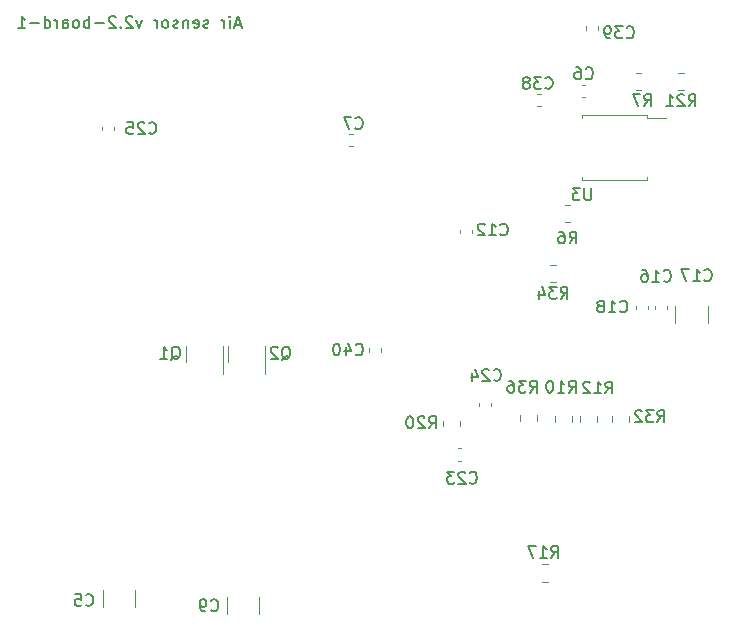
<source format=gbr>
%TF.GenerationSoftware,KiCad,Pcbnew,7.0.10-7.0.10~ubuntu22.04.1*%
%TF.CreationDate,2024-01-09T15:42:03+03:00*%
%TF.ProjectId,air-detector,6169722d-6465-4746-9563-746f722e6b69,rev?*%
%TF.SameCoordinates,Original*%
%TF.FileFunction,Legend,Bot*%
%TF.FilePolarity,Positive*%
%FSLAX46Y46*%
G04 Gerber Fmt 4.6, Leading zero omitted, Abs format (unit mm)*
G04 Created by KiCad (PCBNEW 7.0.10-7.0.10~ubuntu22.04.1) date 2024-01-09 15:42:03*
%MOMM*%
%LPD*%
G01*
G04 APERTURE LIST*
%ADD10C,0.150000*%
%ADD11C,0.120000*%
G04 APERTURE END LIST*
D10*
X184134839Y-38200104D02*
X183658649Y-38200104D01*
X184230077Y-38485819D02*
X183896744Y-37485819D01*
X183896744Y-37485819D02*
X183563411Y-38485819D01*
X183230077Y-38485819D02*
X183230077Y-37819152D01*
X183230077Y-37485819D02*
X183277696Y-37533438D01*
X183277696Y-37533438D02*
X183230077Y-37581057D01*
X183230077Y-37581057D02*
X183182458Y-37533438D01*
X183182458Y-37533438D02*
X183230077Y-37485819D01*
X183230077Y-37485819D02*
X183230077Y-37581057D01*
X182753887Y-38485819D02*
X182753887Y-37819152D01*
X182753887Y-38009628D02*
X182706268Y-37914390D01*
X182706268Y-37914390D02*
X182658649Y-37866771D01*
X182658649Y-37866771D02*
X182563411Y-37819152D01*
X182563411Y-37819152D02*
X182468173Y-37819152D01*
X181420553Y-38438200D02*
X181325315Y-38485819D01*
X181325315Y-38485819D02*
X181134839Y-38485819D01*
X181134839Y-38485819D02*
X181039601Y-38438200D01*
X181039601Y-38438200D02*
X180991982Y-38342961D01*
X180991982Y-38342961D02*
X180991982Y-38295342D01*
X180991982Y-38295342D02*
X181039601Y-38200104D01*
X181039601Y-38200104D02*
X181134839Y-38152485D01*
X181134839Y-38152485D02*
X181277696Y-38152485D01*
X181277696Y-38152485D02*
X181372934Y-38104866D01*
X181372934Y-38104866D02*
X181420553Y-38009628D01*
X181420553Y-38009628D02*
X181420553Y-37962009D01*
X181420553Y-37962009D02*
X181372934Y-37866771D01*
X181372934Y-37866771D02*
X181277696Y-37819152D01*
X181277696Y-37819152D02*
X181134839Y-37819152D01*
X181134839Y-37819152D02*
X181039601Y-37866771D01*
X180182458Y-38438200D02*
X180277696Y-38485819D01*
X180277696Y-38485819D02*
X180468172Y-38485819D01*
X180468172Y-38485819D02*
X180563410Y-38438200D01*
X180563410Y-38438200D02*
X180611029Y-38342961D01*
X180611029Y-38342961D02*
X180611029Y-37962009D01*
X180611029Y-37962009D02*
X180563410Y-37866771D01*
X180563410Y-37866771D02*
X180468172Y-37819152D01*
X180468172Y-37819152D02*
X180277696Y-37819152D01*
X180277696Y-37819152D02*
X180182458Y-37866771D01*
X180182458Y-37866771D02*
X180134839Y-37962009D01*
X180134839Y-37962009D02*
X180134839Y-38057247D01*
X180134839Y-38057247D02*
X180611029Y-38152485D01*
X179706267Y-37819152D02*
X179706267Y-38485819D01*
X179706267Y-37914390D02*
X179658648Y-37866771D01*
X179658648Y-37866771D02*
X179563410Y-37819152D01*
X179563410Y-37819152D02*
X179420553Y-37819152D01*
X179420553Y-37819152D02*
X179325315Y-37866771D01*
X179325315Y-37866771D02*
X179277696Y-37962009D01*
X179277696Y-37962009D02*
X179277696Y-38485819D01*
X178849124Y-38438200D02*
X178753886Y-38485819D01*
X178753886Y-38485819D02*
X178563410Y-38485819D01*
X178563410Y-38485819D02*
X178468172Y-38438200D01*
X178468172Y-38438200D02*
X178420553Y-38342961D01*
X178420553Y-38342961D02*
X178420553Y-38295342D01*
X178420553Y-38295342D02*
X178468172Y-38200104D01*
X178468172Y-38200104D02*
X178563410Y-38152485D01*
X178563410Y-38152485D02*
X178706267Y-38152485D01*
X178706267Y-38152485D02*
X178801505Y-38104866D01*
X178801505Y-38104866D02*
X178849124Y-38009628D01*
X178849124Y-38009628D02*
X178849124Y-37962009D01*
X178849124Y-37962009D02*
X178801505Y-37866771D01*
X178801505Y-37866771D02*
X178706267Y-37819152D01*
X178706267Y-37819152D02*
X178563410Y-37819152D01*
X178563410Y-37819152D02*
X178468172Y-37866771D01*
X177849124Y-38485819D02*
X177944362Y-38438200D01*
X177944362Y-38438200D02*
X177991981Y-38390580D01*
X177991981Y-38390580D02*
X178039600Y-38295342D01*
X178039600Y-38295342D02*
X178039600Y-38009628D01*
X178039600Y-38009628D02*
X177991981Y-37914390D01*
X177991981Y-37914390D02*
X177944362Y-37866771D01*
X177944362Y-37866771D02*
X177849124Y-37819152D01*
X177849124Y-37819152D02*
X177706267Y-37819152D01*
X177706267Y-37819152D02*
X177611029Y-37866771D01*
X177611029Y-37866771D02*
X177563410Y-37914390D01*
X177563410Y-37914390D02*
X177515791Y-38009628D01*
X177515791Y-38009628D02*
X177515791Y-38295342D01*
X177515791Y-38295342D02*
X177563410Y-38390580D01*
X177563410Y-38390580D02*
X177611029Y-38438200D01*
X177611029Y-38438200D02*
X177706267Y-38485819D01*
X177706267Y-38485819D02*
X177849124Y-38485819D01*
X177087219Y-38485819D02*
X177087219Y-37819152D01*
X177087219Y-38009628D02*
X177039600Y-37914390D01*
X177039600Y-37914390D02*
X176991981Y-37866771D01*
X176991981Y-37866771D02*
X176896743Y-37819152D01*
X176896743Y-37819152D02*
X176801505Y-37819152D01*
X175801504Y-37819152D02*
X175563409Y-38485819D01*
X175563409Y-38485819D02*
X175325314Y-37819152D01*
X174991980Y-37581057D02*
X174944361Y-37533438D01*
X174944361Y-37533438D02*
X174849123Y-37485819D01*
X174849123Y-37485819D02*
X174611028Y-37485819D01*
X174611028Y-37485819D02*
X174515790Y-37533438D01*
X174515790Y-37533438D02*
X174468171Y-37581057D01*
X174468171Y-37581057D02*
X174420552Y-37676295D01*
X174420552Y-37676295D02*
X174420552Y-37771533D01*
X174420552Y-37771533D02*
X174468171Y-37914390D01*
X174468171Y-37914390D02*
X175039599Y-38485819D01*
X175039599Y-38485819D02*
X174420552Y-38485819D01*
X173991980Y-38390580D02*
X173944361Y-38438200D01*
X173944361Y-38438200D02*
X173991980Y-38485819D01*
X173991980Y-38485819D02*
X174039599Y-38438200D01*
X174039599Y-38438200D02*
X173991980Y-38390580D01*
X173991980Y-38390580D02*
X173991980Y-38485819D01*
X173563409Y-37581057D02*
X173515790Y-37533438D01*
X173515790Y-37533438D02*
X173420552Y-37485819D01*
X173420552Y-37485819D02*
X173182457Y-37485819D01*
X173182457Y-37485819D02*
X173087219Y-37533438D01*
X173087219Y-37533438D02*
X173039600Y-37581057D01*
X173039600Y-37581057D02*
X172991981Y-37676295D01*
X172991981Y-37676295D02*
X172991981Y-37771533D01*
X172991981Y-37771533D02*
X173039600Y-37914390D01*
X173039600Y-37914390D02*
X173611028Y-38485819D01*
X173611028Y-38485819D02*
X172991981Y-38485819D01*
X172563409Y-38104866D02*
X171801505Y-38104866D01*
X171325314Y-38485819D02*
X171325314Y-37485819D01*
X171325314Y-37866771D02*
X171230076Y-37819152D01*
X171230076Y-37819152D02*
X171039600Y-37819152D01*
X171039600Y-37819152D02*
X170944362Y-37866771D01*
X170944362Y-37866771D02*
X170896743Y-37914390D01*
X170896743Y-37914390D02*
X170849124Y-38009628D01*
X170849124Y-38009628D02*
X170849124Y-38295342D01*
X170849124Y-38295342D02*
X170896743Y-38390580D01*
X170896743Y-38390580D02*
X170944362Y-38438200D01*
X170944362Y-38438200D02*
X171039600Y-38485819D01*
X171039600Y-38485819D02*
X171230076Y-38485819D01*
X171230076Y-38485819D02*
X171325314Y-38438200D01*
X170277695Y-38485819D02*
X170372933Y-38438200D01*
X170372933Y-38438200D02*
X170420552Y-38390580D01*
X170420552Y-38390580D02*
X170468171Y-38295342D01*
X170468171Y-38295342D02*
X170468171Y-38009628D01*
X170468171Y-38009628D02*
X170420552Y-37914390D01*
X170420552Y-37914390D02*
X170372933Y-37866771D01*
X170372933Y-37866771D02*
X170277695Y-37819152D01*
X170277695Y-37819152D02*
X170134838Y-37819152D01*
X170134838Y-37819152D02*
X170039600Y-37866771D01*
X170039600Y-37866771D02*
X169991981Y-37914390D01*
X169991981Y-37914390D02*
X169944362Y-38009628D01*
X169944362Y-38009628D02*
X169944362Y-38295342D01*
X169944362Y-38295342D02*
X169991981Y-38390580D01*
X169991981Y-38390580D02*
X170039600Y-38438200D01*
X170039600Y-38438200D02*
X170134838Y-38485819D01*
X170134838Y-38485819D02*
X170277695Y-38485819D01*
X169087219Y-38485819D02*
X169087219Y-37962009D01*
X169087219Y-37962009D02*
X169134838Y-37866771D01*
X169134838Y-37866771D02*
X169230076Y-37819152D01*
X169230076Y-37819152D02*
X169420552Y-37819152D01*
X169420552Y-37819152D02*
X169515790Y-37866771D01*
X169087219Y-38438200D02*
X169182457Y-38485819D01*
X169182457Y-38485819D02*
X169420552Y-38485819D01*
X169420552Y-38485819D02*
X169515790Y-38438200D01*
X169515790Y-38438200D02*
X169563409Y-38342961D01*
X169563409Y-38342961D02*
X169563409Y-38247723D01*
X169563409Y-38247723D02*
X169515790Y-38152485D01*
X169515790Y-38152485D02*
X169420552Y-38104866D01*
X169420552Y-38104866D02*
X169182457Y-38104866D01*
X169182457Y-38104866D02*
X169087219Y-38057247D01*
X168611028Y-38485819D02*
X168611028Y-37819152D01*
X168611028Y-38009628D02*
X168563409Y-37914390D01*
X168563409Y-37914390D02*
X168515790Y-37866771D01*
X168515790Y-37866771D02*
X168420552Y-37819152D01*
X168420552Y-37819152D02*
X168325314Y-37819152D01*
X167563409Y-38485819D02*
X167563409Y-37485819D01*
X167563409Y-38438200D02*
X167658647Y-38485819D01*
X167658647Y-38485819D02*
X167849123Y-38485819D01*
X167849123Y-38485819D02*
X167944361Y-38438200D01*
X167944361Y-38438200D02*
X167991980Y-38390580D01*
X167991980Y-38390580D02*
X168039599Y-38295342D01*
X168039599Y-38295342D02*
X168039599Y-38009628D01*
X168039599Y-38009628D02*
X167991980Y-37914390D01*
X167991980Y-37914390D02*
X167944361Y-37866771D01*
X167944361Y-37866771D02*
X167849123Y-37819152D01*
X167849123Y-37819152D02*
X167658647Y-37819152D01*
X167658647Y-37819152D02*
X167563409Y-37866771D01*
X167087218Y-38104866D02*
X166325314Y-38104866D01*
X165325314Y-38485819D02*
X165896742Y-38485819D01*
X165611028Y-38485819D02*
X165611028Y-37485819D01*
X165611028Y-37485819D02*
X165706266Y-37628676D01*
X165706266Y-37628676D02*
X165801504Y-37723914D01*
X165801504Y-37723914D02*
X165896742Y-37771533D01*
X209942857Y-43559580D02*
X209990476Y-43607200D01*
X209990476Y-43607200D02*
X210133333Y-43654819D01*
X210133333Y-43654819D02*
X210228571Y-43654819D01*
X210228571Y-43654819D02*
X210371428Y-43607200D01*
X210371428Y-43607200D02*
X210466666Y-43511961D01*
X210466666Y-43511961D02*
X210514285Y-43416723D01*
X210514285Y-43416723D02*
X210561904Y-43226247D01*
X210561904Y-43226247D02*
X210561904Y-43083390D01*
X210561904Y-43083390D02*
X210514285Y-42892914D01*
X210514285Y-42892914D02*
X210466666Y-42797676D01*
X210466666Y-42797676D02*
X210371428Y-42702438D01*
X210371428Y-42702438D02*
X210228571Y-42654819D01*
X210228571Y-42654819D02*
X210133333Y-42654819D01*
X210133333Y-42654819D02*
X209990476Y-42702438D01*
X209990476Y-42702438D02*
X209942857Y-42750057D01*
X209609523Y-42654819D02*
X208990476Y-42654819D01*
X208990476Y-42654819D02*
X209323809Y-43035771D01*
X209323809Y-43035771D02*
X209180952Y-43035771D01*
X209180952Y-43035771D02*
X209085714Y-43083390D01*
X209085714Y-43083390D02*
X209038095Y-43131009D01*
X209038095Y-43131009D02*
X208990476Y-43226247D01*
X208990476Y-43226247D02*
X208990476Y-43464342D01*
X208990476Y-43464342D02*
X209038095Y-43559580D01*
X209038095Y-43559580D02*
X209085714Y-43607200D01*
X209085714Y-43607200D02*
X209180952Y-43654819D01*
X209180952Y-43654819D02*
X209466666Y-43654819D01*
X209466666Y-43654819D02*
X209561904Y-43607200D01*
X209561904Y-43607200D02*
X209609523Y-43559580D01*
X208419047Y-43083390D02*
X208514285Y-43035771D01*
X208514285Y-43035771D02*
X208561904Y-42988152D01*
X208561904Y-42988152D02*
X208609523Y-42892914D01*
X208609523Y-42892914D02*
X208609523Y-42845295D01*
X208609523Y-42845295D02*
X208561904Y-42750057D01*
X208561904Y-42750057D02*
X208514285Y-42702438D01*
X208514285Y-42702438D02*
X208419047Y-42654819D01*
X208419047Y-42654819D02*
X208228571Y-42654819D01*
X208228571Y-42654819D02*
X208133333Y-42702438D01*
X208133333Y-42702438D02*
X208085714Y-42750057D01*
X208085714Y-42750057D02*
X208038095Y-42845295D01*
X208038095Y-42845295D02*
X208038095Y-42892914D01*
X208038095Y-42892914D02*
X208085714Y-42988152D01*
X208085714Y-42988152D02*
X208133333Y-43035771D01*
X208133333Y-43035771D02*
X208228571Y-43083390D01*
X208228571Y-43083390D02*
X208419047Y-43083390D01*
X208419047Y-43083390D02*
X208514285Y-43131009D01*
X208514285Y-43131009D02*
X208561904Y-43178628D01*
X208561904Y-43178628D02*
X208609523Y-43273866D01*
X208609523Y-43273866D02*
X208609523Y-43464342D01*
X208609523Y-43464342D02*
X208561904Y-43559580D01*
X208561904Y-43559580D02*
X208514285Y-43607200D01*
X208514285Y-43607200D02*
X208419047Y-43654819D01*
X208419047Y-43654819D02*
X208228571Y-43654819D01*
X208228571Y-43654819D02*
X208133333Y-43607200D01*
X208133333Y-43607200D02*
X208085714Y-43559580D01*
X208085714Y-43559580D02*
X208038095Y-43464342D01*
X208038095Y-43464342D02*
X208038095Y-43273866D01*
X208038095Y-43273866D02*
X208085714Y-43178628D01*
X208085714Y-43178628D02*
X208133333Y-43131009D01*
X208133333Y-43131009D02*
X208228571Y-43083390D01*
X213366666Y-42729580D02*
X213414285Y-42777200D01*
X213414285Y-42777200D02*
X213557142Y-42824819D01*
X213557142Y-42824819D02*
X213652380Y-42824819D01*
X213652380Y-42824819D02*
X213795237Y-42777200D01*
X213795237Y-42777200D02*
X213890475Y-42681961D01*
X213890475Y-42681961D02*
X213938094Y-42586723D01*
X213938094Y-42586723D02*
X213985713Y-42396247D01*
X213985713Y-42396247D02*
X213985713Y-42253390D01*
X213985713Y-42253390D02*
X213938094Y-42062914D01*
X213938094Y-42062914D02*
X213890475Y-41967676D01*
X213890475Y-41967676D02*
X213795237Y-41872438D01*
X213795237Y-41872438D02*
X213652380Y-41824819D01*
X213652380Y-41824819D02*
X213557142Y-41824819D01*
X213557142Y-41824819D02*
X213414285Y-41872438D01*
X213414285Y-41872438D02*
X213366666Y-41920057D01*
X212509523Y-41824819D02*
X212699999Y-41824819D01*
X212699999Y-41824819D02*
X212795237Y-41872438D01*
X212795237Y-41872438D02*
X212842856Y-41920057D01*
X212842856Y-41920057D02*
X212938094Y-42062914D01*
X212938094Y-42062914D02*
X212985713Y-42253390D01*
X212985713Y-42253390D02*
X212985713Y-42634342D01*
X212985713Y-42634342D02*
X212938094Y-42729580D01*
X212938094Y-42729580D02*
X212890475Y-42777200D01*
X212890475Y-42777200D02*
X212795237Y-42824819D01*
X212795237Y-42824819D02*
X212604761Y-42824819D01*
X212604761Y-42824819D02*
X212509523Y-42777200D01*
X212509523Y-42777200D02*
X212461904Y-42729580D01*
X212461904Y-42729580D02*
X212414285Y-42634342D01*
X212414285Y-42634342D02*
X212414285Y-42396247D01*
X212414285Y-42396247D02*
X212461904Y-42301009D01*
X212461904Y-42301009D02*
X212509523Y-42253390D01*
X212509523Y-42253390D02*
X212604761Y-42205771D01*
X212604761Y-42205771D02*
X212795237Y-42205771D01*
X212795237Y-42205771D02*
X212890475Y-42253390D01*
X212890475Y-42253390D02*
X212938094Y-42301009D01*
X212938094Y-42301009D02*
X212985713Y-42396247D01*
X218332666Y-45088819D02*
X218665999Y-44612628D01*
X218904094Y-45088819D02*
X218904094Y-44088819D01*
X218904094Y-44088819D02*
X218523142Y-44088819D01*
X218523142Y-44088819D02*
X218427904Y-44136438D01*
X218427904Y-44136438D02*
X218380285Y-44184057D01*
X218380285Y-44184057D02*
X218332666Y-44279295D01*
X218332666Y-44279295D02*
X218332666Y-44422152D01*
X218332666Y-44422152D02*
X218380285Y-44517390D01*
X218380285Y-44517390D02*
X218427904Y-44565009D01*
X218427904Y-44565009D02*
X218523142Y-44612628D01*
X218523142Y-44612628D02*
X218904094Y-44612628D01*
X217999332Y-44088819D02*
X217332666Y-44088819D01*
X217332666Y-44088819D02*
X217761237Y-45088819D01*
X215042857Y-69420819D02*
X215376190Y-68944628D01*
X215614285Y-69420819D02*
X215614285Y-68420819D01*
X215614285Y-68420819D02*
X215233333Y-68420819D01*
X215233333Y-68420819D02*
X215138095Y-68468438D01*
X215138095Y-68468438D02*
X215090476Y-68516057D01*
X215090476Y-68516057D02*
X215042857Y-68611295D01*
X215042857Y-68611295D02*
X215042857Y-68754152D01*
X215042857Y-68754152D02*
X215090476Y-68849390D01*
X215090476Y-68849390D02*
X215138095Y-68897009D01*
X215138095Y-68897009D02*
X215233333Y-68944628D01*
X215233333Y-68944628D02*
X215614285Y-68944628D01*
X214090476Y-69420819D02*
X214661904Y-69420819D01*
X214376190Y-69420819D02*
X214376190Y-68420819D01*
X214376190Y-68420819D02*
X214471428Y-68563676D01*
X214471428Y-68563676D02*
X214566666Y-68658914D01*
X214566666Y-68658914D02*
X214661904Y-68706533D01*
X213709523Y-68516057D02*
X213661904Y-68468438D01*
X213661904Y-68468438D02*
X213566666Y-68420819D01*
X213566666Y-68420819D02*
X213328571Y-68420819D01*
X213328571Y-68420819D02*
X213233333Y-68468438D01*
X213233333Y-68468438D02*
X213185714Y-68516057D01*
X213185714Y-68516057D02*
X213138095Y-68611295D01*
X213138095Y-68611295D02*
X213138095Y-68706533D01*
X213138095Y-68706533D02*
X213185714Y-68849390D01*
X213185714Y-68849390D02*
X213757142Y-69420819D01*
X213757142Y-69420819D02*
X213138095Y-69420819D01*
X206142857Y-55959580D02*
X206190476Y-56007200D01*
X206190476Y-56007200D02*
X206333333Y-56054819D01*
X206333333Y-56054819D02*
X206428571Y-56054819D01*
X206428571Y-56054819D02*
X206571428Y-56007200D01*
X206571428Y-56007200D02*
X206666666Y-55911961D01*
X206666666Y-55911961D02*
X206714285Y-55816723D01*
X206714285Y-55816723D02*
X206761904Y-55626247D01*
X206761904Y-55626247D02*
X206761904Y-55483390D01*
X206761904Y-55483390D02*
X206714285Y-55292914D01*
X206714285Y-55292914D02*
X206666666Y-55197676D01*
X206666666Y-55197676D02*
X206571428Y-55102438D01*
X206571428Y-55102438D02*
X206428571Y-55054819D01*
X206428571Y-55054819D02*
X206333333Y-55054819D01*
X206333333Y-55054819D02*
X206190476Y-55102438D01*
X206190476Y-55102438D02*
X206142857Y-55150057D01*
X205190476Y-56054819D02*
X205761904Y-56054819D01*
X205476190Y-56054819D02*
X205476190Y-55054819D01*
X205476190Y-55054819D02*
X205571428Y-55197676D01*
X205571428Y-55197676D02*
X205666666Y-55292914D01*
X205666666Y-55292914D02*
X205761904Y-55340533D01*
X204809523Y-55150057D02*
X204761904Y-55102438D01*
X204761904Y-55102438D02*
X204666666Y-55054819D01*
X204666666Y-55054819D02*
X204428571Y-55054819D01*
X204428571Y-55054819D02*
X204333333Y-55102438D01*
X204333333Y-55102438D02*
X204285714Y-55150057D01*
X204285714Y-55150057D02*
X204238095Y-55245295D01*
X204238095Y-55245295D02*
X204238095Y-55340533D01*
X204238095Y-55340533D02*
X204285714Y-55483390D01*
X204285714Y-55483390D02*
X204857142Y-56054819D01*
X204857142Y-56054819D02*
X204238095Y-56054819D01*
X222082857Y-45104819D02*
X222416190Y-44628628D01*
X222654285Y-45104819D02*
X222654285Y-44104819D01*
X222654285Y-44104819D02*
X222273333Y-44104819D01*
X222273333Y-44104819D02*
X222178095Y-44152438D01*
X222178095Y-44152438D02*
X222130476Y-44200057D01*
X222130476Y-44200057D02*
X222082857Y-44295295D01*
X222082857Y-44295295D02*
X222082857Y-44438152D01*
X222082857Y-44438152D02*
X222130476Y-44533390D01*
X222130476Y-44533390D02*
X222178095Y-44581009D01*
X222178095Y-44581009D02*
X222273333Y-44628628D01*
X222273333Y-44628628D02*
X222654285Y-44628628D01*
X221701904Y-44200057D02*
X221654285Y-44152438D01*
X221654285Y-44152438D02*
X221559047Y-44104819D01*
X221559047Y-44104819D02*
X221320952Y-44104819D01*
X221320952Y-44104819D02*
X221225714Y-44152438D01*
X221225714Y-44152438D02*
X221178095Y-44200057D01*
X221178095Y-44200057D02*
X221130476Y-44295295D01*
X221130476Y-44295295D02*
X221130476Y-44390533D01*
X221130476Y-44390533D02*
X221178095Y-44533390D01*
X221178095Y-44533390D02*
X221749523Y-45104819D01*
X221749523Y-45104819D02*
X221130476Y-45104819D01*
X220178095Y-45104819D02*
X220749523Y-45104819D01*
X220463809Y-45104819D02*
X220463809Y-44104819D01*
X220463809Y-44104819D02*
X220559047Y-44247676D01*
X220559047Y-44247676D02*
X220654285Y-44342914D01*
X220654285Y-44342914D02*
X220749523Y-44390533D01*
X216266857Y-62475580D02*
X216314476Y-62523200D01*
X216314476Y-62523200D02*
X216457333Y-62570819D01*
X216457333Y-62570819D02*
X216552571Y-62570819D01*
X216552571Y-62570819D02*
X216695428Y-62523200D01*
X216695428Y-62523200D02*
X216790666Y-62427961D01*
X216790666Y-62427961D02*
X216838285Y-62332723D01*
X216838285Y-62332723D02*
X216885904Y-62142247D01*
X216885904Y-62142247D02*
X216885904Y-61999390D01*
X216885904Y-61999390D02*
X216838285Y-61808914D01*
X216838285Y-61808914D02*
X216790666Y-61713676D01*
X216790666Y-61713676D02*
X216695428Y-61618438D01*
X216695428Y-61618438D02*
X216552571Y-61570819D01*
X216552571Y-61570819D02*
X216457333Y-61570819D01*
X216457333Y-61570819D02*
X216314476Y-61618438D01*
X216314476Y-61618438D02*
X216266857Y-61666057D01*
X215314476Y-62570819D02*
X215885904Y-62570819D01*
X215600190Y-62570819D02*
X215600190Y-61570819D01*
X215600190Y-61570819D02*
X215695428Y-61713676D01*
X215695428Y-61713676D02*
X215790666Y-61808914D01*
X215790666Y-61808914D02*
X215885904Y-61856533D01*
X214743047Y-61999390D02*
X214838285Y-61951771D01*
X214838285Y-61951771D02*
X214885904Y-61904152D01*
X214885904Y-61904152D02*
X214933523Y-61808914D01*
X214933523Y-61808914D02*
X214933523Y-61761295D01*
X214933523Y-61761295D02*
X214885904Y-61666057D01*
X214885904Y-61666057D02*
X214838285Y-61618438D01*
X214838285Y-61618438D02*
X214743047Y-61570819D01*
X214743047Y-61570819D02*
X214552571Y-61570819D01*
X214552571Y-61570819D02*
X214457333Y-61618438D01*
X214457333Y-61618438D02*
X214409714Y-61666057D01*
X214409714Y-61666057D02*
X214362095Y-61761295D01*
X214362095Y-61761295D02*
X214362095Y-61808914D01*
X214362095Y-61808914D02*
X214409714Y-61904152D01*
X214409714Y-61904152D02*
X214457333Y-61951771D01*
X214457333Y-61951771D02*
X214552571Y-61999390D01*
X214552571Y-61999390D02*
X214743047Y-61999390D01*
X214743047Y-61999390D02*
X214838285Y-62047009D01*
X214838285Y-62047009D02*
X214885904Y-62094628D01*
X214885904Y-62094628D02*
X214933523Y-62189866D01*
X214933523Y-62189866D02*
X214933523Y-62380342D01*
X214933523Y-62380342D02*
X214885904Y-62475580D01*
X214885904Y-62475580D02*
X214838285Y-62523200D01*
X214838285Y-62523200D02*
X214743047Y-62570819D01*
X214743047Y-62570819D02*
X214552571Y-62570819D01*
X214552571Y-62570819D02*
X214457333Y-62523200D01*
X214457333Y-62523200D02*
X214409714Y-62475580D01*
X214409714Y-62475580D02*
X214362095Y-62380342D01*
X214362095Y-62380342D02*
X214362095Y-62189866D01*
X214362095Y-62189866D02*
X214409714Y-62094628D01*
X214409714Y-62094628D02*
X214457333Y-62047009D01*
X214457333Y-62047009D02*
X214552571Y-61999390D01*
X211242857Y-61404819D02*
X211576190Y-60928628D01*
X211814285Y-61404819D02*
X211814285Y-60404819D01*
X211814285Y-60404819D02*
X211433333Y-60404819D01*
X211433333Y-60404819D02*
X211338095Y-60452438D01*
X211338095Y-60452438D02*
X211290476Y-60500057D01*
X211290476Y-60500057D02*
X211242857Y-60595295D01*
X211242857Y-60595295D02*
X211242857Y-60738152D01*
X211242857Y-60738152D02*
X211290476Y-60833390D01*
X211290476Y-60833390D02*
X211338095Y-60881009D01*
X211338095Y-60881009D02*
X211433333Y-60928628D01*
X211433333Y-60928628D02*
X211814285Y-60928628D01*
X210909523Y-60404819D02*
X210290476Y-60404819D01*
X210290476Y-60404819D02*
X210623809Y-60785771D01*
X210623809Y-60785771D02*
X210480952Y-60785771D01*
X210480952Y-60785771D02*
X210385714Y-60833390D01*
X210385714Y-60833390D02*
X210338095Y-60881009D01*
X210338095Y-60881009D02*
X210290476Y-60976247D01*
X210290476Y-60976247D02*
X210290476Y-61214342D01*
X210290476Y-61214342D02*
X210338095Y-61309580D01*
X210338095Y-61309580D02*
X210385714Y-61357200D01*
X210385714Y-61357200D02*
X210480952Y-61404819D01*
X210480952Y-61404819D02*
X210766666Y-61404819D01*
X210766666Y-61404819D02*
X210861904Y-61357200D01*
X210861904Y-61357200D02*
X210909523Y-61309580D01*
X209433333Y-60738152D02*
X209433333Y-61404819D01*
X209671428Y-60357200D02*
X209909523Y-61071485D01*
X209909523Y-61071485D02*
X209290476Y-61071485D01*
X208642857Y-69354819D02*
X208976190Y-68878628D01*
X209214285Y-69354819D02*
X209214285Y-68354819D01*
X209214285Y-68354819D02*
X208833333Y-68354819D01*
X208833333Y-68354819D02*
X208738095Y-68402438D01*
X208738095Y-68402438D02*
X208690476Y-68450057D01*
X208690476Y-68450057D02*
X208642857Y-68545295D01*
X208642857Y-68545295D02*
X208642857Y-68688152D01*
X208642857Y-68688152D02*
X208690476Y-68783390D01*
X208690476Y-68783390D02*
X208738095Y-68831009D01*
X208738095Y-68831009D02*
X208833333Y-68878628D01*
X208833333Y-68878628D02*
X209214285Y-68878628D01*
X208309523Y-68354819D02*
X207690476Y-68354819D01*
X207690476Y-68354819D02*
X208023809Y-68735771D01*
X208023809Y-68735771D02*
X207880952Y-68735771D01*
X207880952Y-68735771D02*
X207785714Y-68783390D01*
X207785714Y-68783390D02*
X207738095Y-68831009D01*
X207738095Y-68831009D02*
X207690476Y-68926247D01*
X207690476Y-68926247D02*
X207690476Y-69164342D01*
X207690476Y-69164342D02*
X207738095Y-69259580D01*
X207738095Y-69259580D02*
X207785714Y-69307200D01*
X207785714Y-69307200D02*
X207880952Y-69354819D01*
X207880952Y-69354819D02*
X208166666Y-69354819D01*
X208166666Y-69354819D02*
X208261904Y-69307200D01*
X208261904Y-69307200D02*
X208309523Y-69259580D01*
X206833333Y-68354819D02*
X207023809Y-68354819D01*
X207023809Y-68354819D02*
X207119047Y-68402438D01*
X207119047Y-68402438D02*
X207166666Y-68450057D01*
X207166666Y-68450057D02*
X207261904Y-68592914D01*
X207261904Y-68592914D02*
X207309523Y-68783390D01*
X207309523Y-68783390D02*
X207309523Y-69164342D01*
X207309523Y-69164342D02*
X207261904Y-69259580D01*
X207261904Y-69259580D02*
X207214285Y-69307200D01*
X207214285Y-69307200D02*
X207119047Y-69354819D01*
X207119047Y-69354819D02*
X206928571Y-69354819D01*
X206928571Y-69354819D02*
X206833333Y-69307200D01*
X206833333Y-69307200D02*
X206785714Y-69259580D01*
X206785714Y-69259580D02*
X206738095Y-69164342D01*
X206738095Y-69164342D02*
X206738095Y-68926247D01*
X206738095Y-68926247D02*
X206785714Y-68831009D01*
X206785714Y-68831009D02*
X206833333Y-68783390D01*
X206833333Y-68783390D02*
X206928571Y-68735771D01*
X206928571Y-68735771D02*
X207119047Y-68735771D01*
X207119047Y-68735771D02*
X207214285Y-68783390D01*
X207214285Y-68783390D02*
X207261904Y-68831009D01*
X207261904Y-68831009D02*
X207309523Y-68926247D01*
X219966857Y-59875580D02*
X220014476Y-59923200D01*
X220014476Y-59923200D02*
X220157333Y-59970819D01*
X220157333Y-59970819D02*
X220252571Y-59970819D01*
X220252571Y-59970819D02*
X220395428Y-59923200D01*
X220395428Y-59923200D02*
X220490666Y-59827961D01*
X220490666Y-59827961D02*
X220538285Y-59732723D01*
X220538285Y-59732723D02*
X220585904Y-59542247D01*
X220585904Y-59542247D02*
X220585904Y-59399390D01*
X220585904Y-59399390D02*
X220538285Y-59208914D01*
X220538285Y-59208914D02*
X220490666Y-59113676D01*
X220490666Y-59113676D02*
X220395428Y-59018438D01*
X220395428Y-59018438D02*
X220252571Y-58970819D01*
X220252571Y-58970819D02*
X220157333Y-58970819D01*
X220157333Y-58970819D02*
X220014476Y-59018438D01*
X220014476Y-59018438D02*
X219966857Y-59066057D01*
X219014476Y-59970819D02*
X219585904Y-59970819D01*
X219300190Y-59970819D02*
X219300190Y-58970819D01*
X219300190Y-58970819D02*
X219395428Y-59113676D01*
X219395428Y-59113676D02*
X219490666Y-59208914D01*
X219490666Y-59208914D02*
X219585904Y-59256533D01*
X218157333Y-58970819D02*
X218347809Y-58970819D01*
X218347809Y-58970819D02*
X218443047Y-59018438D01*
X218443047Y-59018438D02*
X218490666Y-59066057D01*
X218490666Y-59066057D02*
X218585904Y-59208914D01*
X218585904Y-59208914D02*
X218633523Y-59399390D01*
X218633523Y-59399390D02*
X218633523Y-59780342D01*
X218633523Y-59780342D02*
X218585904Y-59875580D01*
X218585904Y-59875580D02*
X218538285Y-59923200D01*
X218538285Y-59923200D02*
X218443047Y-59970819D01*
X218443047Y-59970819D02*
X218252571Y-59970819D01*
X218252571Y-59970819D02*
X218157333Y-59923200D01*
X218157333Y-59923200D02*
X218109714Y-59875580D01*
X218109714Y-59875580D02*
X218062095Y-59780342D01*
X218062095Y-59780342D02*
X218062095Y-59542247D01*
X218062095Y-59542247D02*
X218109714Y-59447009D01*
X218109714Y-59447009D02*
X218157333Y-59399390D01*
X218157333Y-59399390D02*
X218252571Y-59351771D01*
X218252571Y-59351771D02*
X218443047Y-59351771D01*
X218443047Y-59351771D02*
X218538285Y-59399390D01*
X218538285Y-59399390D02*
X218585904Y-59447009D01*
X218585904Y-59447009D02*
X218633523Y-59542247D01*
X203542857Y-76959580D02*
X203590476Y-77007200D01*
X203590476Y-77007200D02*
X203733333Y-77054819D01*
X203733333Y-77054819D02*
X203828571Y-77054819D01*
X203828571Y-77054819D02*
X203971428Y-77007200D01*
X203971428Y-77007200D02*
X204066666Y-76911961D01*
X204066666Y-76911961D02*
X204114285Y-76816723D01*
X204114285Y-76816723D02*
X204161904Y-76626247D01*
X204161904Y-76626247D02*
X204161904Y-76483390D01*
X204161904Y-76483390D02*
X204114285Y-76292914D01*
X204114285Y-76292914D02*
X204066666Y-76197676D01*
X204066666Y-76197676D02*
X203971428Y-76102438D01*
X203971428Y-76102438D02*
X203828571Y-76054819D01*
X203828571Y-76054819D02*
X203733333Y-76054819D01*
X203733333Y-76054819D02*
X203590476Y-76102438D01*
X203590476Y-76102438D02*
X203542857Y-76150057D01*
X203161904Y-76150057D02*
X203114285Y-76102438D01*
X203114285Y-76102438D02*
X203019047Y-76054819D01*
X203019047Y-76054819D02*
X202780952Y-76054819D01*
X202780952Y-76054819D02*
X202685714Y-76102438D01*
X202685714Y-76102438D02*
X202638095Y-76150057D01*
X202638095Y-76150057D02*
X202590476Y-76245295D01*
X202590476Y-76245295D02*
X202590476Y-76340533D01*
X202590476Y-76340533D02*
X202638095Y-76483390D01*
X202638095Y-76483390D02*
X203209523Y-77054819D01*
X203209523Y-77054819D02*
X202590476Y-77054819D01*
X202257142Y-76054819D02*
X201638095Y-76054819D01*
X201638095Y-76054819D02*
X201971428Y-76435771D01*
X201971428Y-76435771D02*
X201828571Y-76435771D01*
X201828571Y-76435771D02*
X201733333Y-76483390D01*
X201733333Y-76483390D02*
X201685714Y-76531009D01*
X201685714Y-76531009D02*
X201638095Y-76626247D01*
X201638095Y-76626247D02*
X201638095Y-76864342D01*
X201638095Y-76864342D02*
X201685714Y-76959580D01*
X201685714Y-76959580D02*
X201733333Y-77007200D01*
X201733333Y-77007200D02*
X201828571Y-77054819D01*
X201828571Y-77054819D02*
X202114285Y-77054819D01*
X202114285Y-77054819D02*
X202209523Y-77007200D01*
X202209523Y-77007200D02*
X202257142Y-76959580D01*
X213835904Y-52070819D02*
X213835904Y-52880342D01*
X213835904Y-52880342D02*
X213788285Y-52975580D01*
X213788285Y-52975580D02*
X213740666Y-53023200D01*
X213740666Y-53023200D02*
X213645428Y-53070819D01*
X213645428Y-53070819D02*
X213454952Y-53070819D01*
X213454952Y-53070819D02*
X213359714Y-53023200D01*
X213359714Y-53023200D02*
X213312095Y-52975580D01*
X213312095Y-52975580D02*
X213264476Y-52880342D01*
X213264476Y-52880342D02*
X213264476Y-52070819D01*
X212883523Y-52070819D02*
X212264476Y-52070819D01*
X212264476Y-52070819D02*
X212597809Y-52451771D01*
X212597809Y-52451771D02*
X212454952Y-52451771D01*
X212454952Y-52451771D02*
X212359714Y-52499390D01*
X212359714Y-52499390D02*
X212312095Y-52547009D01*
X212312095Y-52547009D02*
X212264476Y-52642247D01*
X212264476Y-52642247D02*
X212264476Y-52880342D01*
X212264476Y-52880342D02*
X212312095Y-52975580D01*
X212312095Y-52975580D02*
X212359714Y-53023200D01*
X212359714Y-53023200D02*
X212454952Y-53070819D01*
X212454952Y-53070819D02*
X212740666Y-53070819D01*
X212740666Y-53070819D02*
X212835904Y-53023200D01*
X212835904Y-53023200D02*
X212883523Y-52975580D01*
X193892857Y-66109580D02*
X193940476Y-66157200D01*
X193940476Y-66157200D02*
X194083333Y-66204819D01*
X194083333Y-66204819D02*
X194178571Y-66204819D01*
X194178571Y-66204819D02*
X194321428Y-66157200D01*
X194321428Y-66157200D02*
X194416666Y-66061961D01*
X194416666Y-66061961D02*
X194464285Y-65966723D01*
X194464285Y-65966723D02*
X194511904Y-65776247D01*
X194511904Y-65776247D02*
X194511904Y-65633390D01*
X194511904Y-65633390D02*
X194464285Y-65442914D01*
X194464285Y-65442914D02*
X194416666Y-65347676D01*
X194416666Y-65347676D02*
X194321428Y-65252438D01*
X194321428Y-65252438D02*
X194178571Y-65204819D01*
X194178571Y-65204819D02*
X194083333Y-65204819D01*
X194083333Y-65204819D02*
X193940476Y-65252438D01*
X193940476Y-65252438D02*
X193892857Y-65300057D01*
X193035714Y-65538152D02*
X193035714Y-66204819D01*
X193273809Y-65157200D02*
X193511904Y-65871485D01*
X193511904Y-65871485D02*
X192892857Y-65871485D01*
X192321428Y-65204819D02*
X192226190Y-65204819D01*
X192226190Y-65204819D02*
X192130952Y-65252438D01*
X192130952Y-65252438D02*
X192083333Y-65300057D01*
X192083333Y-65300057D02*
X192035714Y-65395295D01*
X192035714Y-65395295D02*
X191988095Y-65585771D01*
X191988095Y-65585771D02*
X191988095Y-65823866D01*
X191988095Y-65823866D02*
X192035714Y-66014342D01*
X192035714Y-66014342D02*
X192083333Y-66109580D01*
X192083333Y-66109580D02*
X192130952Y-66157200D01*
X192130952Y-66157200D02*
X192226190Y-66204819D01*
X192226190Y-66204819D02*
X192321428Y-66204819D01*
X192321428Y-66204819D02*
X192416666Y-66157200D01*
X192416666Y-66157200D02*
X192464285Y-66109580D01*
X192464285Y-66109580D02*
X192511904Y-66014342D01*
X192511904Y-66014342D02*
X192559523Y-65823866D01*
X192559523Y-65823866D02*
X192559523Y-65585771D01*
X192559523Y-65585771D02*
X192511904Y-65395295D01*
X192511904Y-65395295D02*
X192464285Y-65300057D01*
X192464285Y-65300057D02*
X192416666Y-65252438D01*
X192416666Y-65252438D02*
X192321428Y-65204819D01*
X210440857Y-83320819D02*
X210774190Y-82844628D01*
X211012285Y-83320819D02*
X211012285Y-82320819D01*
X211012285Y-82320819D02*
X210631333Y-82320819D01*
X210631333Y-82320819D02*
X210536095Y-82368438D01*
X210536095Y-82368438D02*
X210488476Y-82416057D01*
X210488476Y-82416057D02*
X210440857Y-82511295D01*
X210440857Y-82511295D02*
X210440857Y-82654152D01*
X210440857Y-82654152D02*
X210488476Y-82749390D01*
X210488476Y-82749390D02*
X210536095Y-82797009D01*
X210536095Y-82797009D02*
X210631333Y-82844628D01*
X210631333Y-82844628D02*
X211012285Y-82844628D01*
X209488476Y-83320819D02*
X210059904Y-83320819D01*
X209774190Y-83320819D02*
X209774190Y-82320819D01*
X209774190Y-82320819D02*
X209869428Y-82463676D01*
X209869428Y-82463676D02*
X209964666Y-82558914D01*
X209964666Y-82558914D02*
X210059904Y-82606533D01*
X209155142Y-82320819D02*
X208488476Y-82320819D01*
X208488476Y-82320819D02*
X208917047Y-83320819D01*
X216842857Y-39259580D02*
X216890476Y-39307200D01*
X216890476Y-39307200D02*
X217033333Y-39354819D01*
X217033333Y-39354819D02*
X217128571Y-39354819D01*
X217128571Y-39354819D02*
X217271428Y-39307200D01*
X217271428Y-39307200D02*
X217366666Y-39211961D01*
X217366666Y-39211961D02*
X217414285Y-39116723D01*
X217414285Y-39116723D02*
X217461904Y-38926247D01*
X217461904Y-38926247D02*
X217461904Y-38783390D01*
X217461904Y-38783390D02*
X217414285Y-38592914D01*
X217414285Y-38592914D02*
X217366666Y-38497676D01*
X217366666Y-38497676D02*
X217271428Y-38402438D01*
X217271428Y-38402438D02*
X217128571Y-38354819D01*
X217128571Y-38354819D02*
X217033333Y-38354819D01*
X217033333Y-38354819D02*
X216890476Y-38402438D01*
X216890476Y-38402438D02*
X216842857Y-38450057D01*
X216509523Y-38354819D02*
X215890476Y-38354819D01*
X215890476Y-38354819D02*
X216223809Y-38735771D01*
X216223809Y-38735771D02*
X216080952Y-38735771D01*
X216080952Y-38735771D02*
X215985714Y-38783390D01*
X215985714Y-38783390D02*
X215938095Y-38831009D01*
X215938095Y-38831009D02*
X215890476Y-38926247D01*
X215890476Y-38926247D02*
X215890476Y-39164342D01*
X215890476Y-39164342D02*
X215938095Y-39259580D01*
X215938095Y-39259580D02*
X215985714Y-39307200D01*
X215985714Y-39307200D02*
X216080952Y-39354819D01*
X216080952Y-39354819D02*
X216366666Y-39354819D01*
X216366666Y-39354819D02*
X216461904Y-39307200D01*
X216461904Y-39307200D02*
X216509523Y-39259580D01*
X215414285Y-39354819D02*
X215223809Y-39354819D01*
X215223809Y-39354819D02*
X215128571Y-39307200D01*
X215128571Y-39307200D02*
X215080952Y-39259580D01*
X215080952Y-39259580D02*
X214985714Y-39116723D01*
X214985714Y-39116723D02*
X214938095Y-38926247D01*
X214938095Y-38926247D02*
X214938095Y-38545295D01*
X214938095Y-38545295D02*
X214985714Y-38450057D01*
X214985714Y-38450057D02*
X215033333Y-38402438D01*
X215033333Y-38402438D02*
X215128571Y-38354819D01*
X215128571Y-38354819D02*
X215319047Y-38354819D01*
X215319047Y-38354819D02*
X215414285Y-38402438D01*
X215414285Y-38402438D02*
X215461904Y-38450057D01*
X215461904Y-38450057D02*
X215509523Y-38545295D01*
X215509523Y-38545295D02*
X215509523Y-38783390D01*
X215509523Y-38783390D02*
X215461904Y-38878628D01*
X215461904Y-38878628D02*
X215414285Y-38926247D01*
X215414285Y-38926247D02*
X215319047Y-38973866D01*
X215319047Y-38973866D02*
X215128571Y-38973866D01*
X215128571Y-38973866D02*
X215033333Y-38926247D01*
X215033333Y-38926247D02*
X214985714Y-38878628D01*
X214985714Y-38878628D02*
X214938095Y-38783390D01*
X211942857Y-69354819D02*
X212276190Y-68878628D01*
X212514285Y-69354819D02*
X212514285Y-68354819D01*
X212514285Y-68354819D02*
X212133333Y-68354819D01*
X212133333Y-68354819D02*
X212038095Y-68402438D01*
X212038095Y-68402438D02*
X211990476Y-68450057D01*
X211990476Y-68450057D02*
X211942857Y-68545295D01*
X211942857Y-68545295D02*
X211942857Y-68688152D01*
X211942857Y-68688152D02*
X211990476Y-68783390D01*
X211990476Y-68783390D02*
X212038095Y-68831009D01*
X212038095Y-68831009D02*
X212133333Y-68878628D01*
X212133333Y-68878628D02*
X212514285Y-68878628D01*
X210990476Y-69354819D02*
X211561904Y-69354819D01*
X211276190Y-69354819D02*
X211276190Y-68354819D01*
X211276190Y-68354819D02*
X211371428Y-68497676D01*
X211371428Y-68497676D02*
X211466666Y-68592914D01*
X211466666Y-68592914D02*
X211561904Y-68640533D01*
X210371428Y-68354819D02*
X210276190Y-68354819D01*
X210276190Y-68354819D02*
X210180952Y-68402438D01*
X210180952Y-68402438D02*
X210133333Y-68450057D01*
X210133333Y-68450057D02*
X210085714Y-68545295D01*
X210085714Y-68545295D02*
X210038095Y-68735771D01*
X210038095Y-68735771D02*
X210038095Y-68973866D01*
X210038095Y-68973866D02*
X210085714Y-69164342D01*
X210085714Y-69164342D02*
X210133333Y-69259580D01*
X210133333Y-69259580D02*
X210180952Y-69307200D01*
X210180952Y-69307200D02*
X210276190Y-69354819D01*
X210276190Y-69354819D02*
X210371428Y-69354819D01*
X210371428Y-69354819D02*
X210466666Y-69307200D01*
X210466666Y-69307200D02*
X210514285Y-69259580D01*
X210514285Y-69259580D02*
X210561904Y-69164342D01*
X210561904Y-69164342D02*
X210609523Y-68973866D01*
X210609523Y-68973866D02*
X210609523Y-68735771D01*
X210609523Y-68735771D02*
X210561904Y-68545295D01*
X210561904Y-68545295D02*
X210514285Y-68450057D01*
X210514285Y-68450057D02*
X210466666Y-68402438D01*
X210466666Y-68402438D02*
X210371428Y-68354819D01*
X181640666Y-87775580D02*
X181688285Y-87823200D01*
X181688285Y-87823200D02*
X181831142Y-87870819D01*
X181831142Y-87870819D02*
X181926380Y-87870819D01*
X181926380Y-87870819D02*
X182069237Y-87823200D01*
X182069237Y-87823200D02*
X182164475Y-87727961D01*
X182164475Y-87727961D02*
X182212094Y-87632723D01*
X182212094Y-87632723D02*
X182259713Y-87442247D01*
X182259713Y-87442247D02*
X182259713Y-87299390D01*
X182259713Y-87299390D02*
X182212094Y-87108914D01*
X182212094Y-87108914D02*
X182164475Y-87013676D01*
X182164475Y-87013676D02*
X182069237Y-86918438D01*
X182069237Y-86918438D02*
X181926380Y-86870819D01*
X181926380Y-86870819D02*
X181831142Y-86870819D01*
X181831142Y-86870819D02*
X181688285Y-86918438D01*
X181688285Y-86918438D02*
X181640666Y-86966057D01*
X181164475Y-87870819D02*
X180973999Y-87870819D01*
X180973999Y-87870819D02*
X180878761Y-87823200D01*
X180878761Y-87823200D02*
X180831142Y-87775580D01*
X180831142Y-87775580D02*
X180735904Y-87632723D01*
X180735904Y-87632723D02*
X180688285Y-87442247D01*
X180688285Y-87442247D02*
X180688285Y-87061295D01*
X180688285Y-87061295D02*
X180735904Y-86966057D01*
X180735904Y-86966057D02*
X180783523Y-86918438D01*
X180783523Y-86918438D02*
X180878761Y-86870819D01*
X180878761Y-86870819D02*
X181069237Y-86870819D01*
X181069237Y-86870819D02*
X181164475Y-86918438D01*
X181164475Y-86918438D02*
X181212094Y-86966057D01*
X181212094Y-86966057D02*
X181259713Y-87061295D01*
X181259713Y-87061295D02*
X181259713Y-87299390D01*
X181259713Y-87299390D02*
X181212094Y-87394628D01*
X181212094Y-87394628D02*
X181164475Y-87442247D01*
X181164475Y-87442247D02*
X181069237Y-87489866D01*
X181069237Y-87489866D02*
X180878761Y-87489866D01*
X180878761Y-87489866D02*
X180783523Y-87442247D01*
X180783523Y-87442247D02*
X180735904Y-87394628D01*
X180735904Y-87394628D02*
X180688285Y-87299390D01*
X193866666Y-46959580D02*
X193914285Y-47007200D01*
X193914285Y-47007200D02*
X194057142Y-47054819D01*
X194057142Y-47054819D02*
X194152380Y-47054819D01*
X194152380Y-47054819D02*
X194295237Y-47007200D01*
X194295237Y-47007200D02*
X194390475Y-46911961D01*
X194390475Y-46911961D02*
X194438094Y-46816723D01*
X194438094Y-46816723D02*
X194485713Y-46626247D01*
X194485713Y-46626247D02*
X194485713Y-46483390D01*
X194485713Y-46483390D02*
X194438094Y-46292914D01*
X194438094Y-46292914D02*
X194390475Y-46197676D01*
X194390475Y-46197676D02*
X194295237Y-46102438D01*
X194295237Y-46102438D02*
X194152380Y-46054819D01*
X194152380Y-46054819D02*
X194057142Y-46054819D01*
X194057142Y-46054819D02*
X193914285Y-46102438D01*
X193914285Y-46102438D02*
X193866666Y-46150057D01*
X193533332Y-46054819D02*
X192866666Y-46054819D01*
X192866666Y-46054819D02*
X193295237Y-47054819D01*
X205566857Y-68275580D02*
X205614476Y-68323200D01*
X205614476Y-68323200D02*
X205757333Y-68370819D01*
X205757333Y-68370819D02*
X205852571Y-68370819D01*
X205852571Y-68370819D02*
X205995428Y-68323200D01*
X205995428Y-68323200D02*
X206090666Y-68227961D01*
X206090666Y-68227961D02*
X206138285Y-68132723D01*
X206138285Y-68132723D02*
X206185904Y-67942247D01*
X206185904Y-67942247D02*
X206185904Y-67799390D01*
X206185904Y-67799390D02*
X206138285Y-67608914D01*
X206138285Y-67608914D02*
X206090666Y-67513676D01*
X206090666Y-67513676D02*
X205995428Y-67418438D01*
X205995428Y-67418438D02*
X205852571Y-67370819D01*
X205852571Y-67370819D02*
X205757333Y-67370819D01*
X205757333Y-67370819D02*
X205614476Y-67418438D01*
X205614476Y-67418438D02*
X205566857Y-67466057D01*
X205185904Y-67466057D02*
X205138285Y-67418438D01*
X205138285Y-67418438D02*
X205043047Y-67370819D01*
X205043047Y-67370819D02*
X204804952Y-67370819D01*
X204804952Y-67370819D02*
X204709714Y-67418438D01*
X204709714Y-67418438D02*
X204662095Y-67466057D01*
X204662095Y-67466057D02*
X204614476Y-67561295D01*
X204614476Y-67561295D02*
X204614476Y-67656533D01*
X204614476Y-67656533D02*
X204662095Y-67799390D01*
X204662095Y-67799390D02*
X205233523Y-68370819D01*
X205233523Y-68370819D02*
X204614476Y-68370819D01*
X203757333Y-67704152D02*
X203757333Y-68370819D01*
X203995428Y-67323200D02*
X204233523Y-68037485D01*
X204233523Y-68037485D02*
X203614476Y-68037485D01*
X200092857Y-72370819D02*
X200426190Y-71894628D01*
X200664285Y-72370819D02*
X200664285Y-71370819D01*
X200664285Y-71370819D02*
X200283333Y-71370819D01*
X200283333Y-71370819D02*
X200188095Y-71418438D01*
X200188095Y-71418438D02*
X200140476Y-71466057D01*
X200140476Y-71466057D02*
X200092857Y-71561295D01*
X200092857Y-71561295D02*
X200092857Y-71704152D01*
X200092857Y-71704152D02*
X200140476Y-71799390D01*
X200140476Y-71799390D02*
X200188095Y-71847009D01*
X200188095Y-71847009D02*
X200283333Y-71894628D01*
X200283333Y-71894628D02*
X200664285Y-71894628D01*
X199711904Y-71466057D02*
X199664285Y-71418438D01*
X199664285Y-71418438D02*
X199569047Y-71370819D01*
X199569047Y-71370819D02*
X199330952Y-71370819D01*
X199330952Y-71370819D02*
X199235714Y-71418438D01*
X199235714Y-71418438D02*
X199188095Y-71466057D01*
X199188095Y-71466057D02*
X199140476Y-71561295D01*
X199140476Y-71561295D02*
X199140476Y-71656533D01*
X199140476Y-71656533D02*
X199188095Y-71799390D01*
X199188095Y-71799390D02*
X199759523Y-72370819D01*
X199759523Y-72370819D02*
X199140476Y-72370819D01*
X198521428Y-71370819D02*
X198426190Y-71370819D01*
X198426190Y-71370819D02*
X198330952Y-71418438D01*
X198330952Y-71418438D02*
X198283333Y-71466057D01*
X198283333Y-71466057D02*
X198235714Y-71561295D01*
X198235714Y-71561295D02*
X198188095Y-71751771D01*
X198188095Y-71751771D02*
X198188095Y-71989866D01*
X198188095Y-71989866D02*
X198235714Y-72180342D01*
X198235714Y-72180342D02*
X198283333Y-72275580D01*
X198283333Y-72275580D02*
X198330952Y-72323200D01*
X198330952Y-72323200D02*
X198426190Y-72370819D01*
X198426190Y-72370819D02*
X198521428Y-72370819D01*
X198521428Y-72370819D02*
X198616666Y-72323200D01*
X198616666Y-72323200D02*
X198664285Y-72275580D01*
X198664285Y-72275580D02*
X198711904Y-72180342D01*
X198711904Y-72180342D02*
X198759523Y-71989866D01*
X198759523Y-71989866D02*
X198759523Y-71751771D01*
X198759523Y-71751771D02*
X198711904Y-71561295D01*
X198711904Y-71561295D02*
X198664285Y-71466057D01*
X198664285Y-71466057D02*
X198616666Y-71418438D01*
X198616666Y-71418438D02*
X198521428Y-71370819D01*
X171040666Y-87325580D02*
X171088285Y-87373200D01*
X171088285Y-87373200D02*
X171231142Y-87420819D01*
X171231142Y-87420819D02*
X171326380Y-87420819D01*
X171326380Y-87420819D02*
X171469237Y-87373200D01*
X171469237Y-87373200D02*
X171564475Y-87277961D01*
X171564475Y-87277961D02*
X171612094Y-87182723D01*
X171612094Y-87182723D02*
X171659713Y-86992247D01*
X171659713Y-86992247D02*
X171659713Y-86849390D01*
X171659713Y-86849390D02*
X171612094Y-86658914D01*
X171612094Y-86658914D02*
X171564475Y-86563676D01*
X171564475Y-86563676D02*
X171469237Y-86468438D01*
X171469237Y-86468438D02*
X171326380Y-86420819D01*
X171326380Y-86420819D02*
X171231142Y-86420819D01*
X171231142Y-86420819D02*
X171088285Y-86468438D01*
X171088285Y-86468438D02*
X171040666Y-86516057D01*
X170135904Y-86420819D02*
X170612094Y-86420819D01*
X170612094Y-86420819D02*
X170659713Y-86897009D01*
X170659713Y-86897009D02*
X170612094Y-86849390D01*
X170612094Y-86849390D02*
X170516856Y-86801771D01*
X170516856Y-86801771D02*
X170278761Y-86801771D01*
X170278761Y-86801771D02*
X170183523Y-86849390D01*
X170183523Y-86849390D02*
X170135904Y-86897009D01*
X170135904Y-86897009D02*
X170088285Y-86992247D01*
X170088285Y-86992247D02*
X170088285Y-87230342D01*
X170088285Y-87230342D02*
X170135904Y-87325580D01*
X170135904Y-87325580D02*
X170183523Y-87373200D01*
X170183523Y-87373200D02*
X170278761Y-87420819D01*
X170278761Y-87420819D02*
X170516856Y-87420819D01*
X170516856Y-87420819D02*
X170612094Y-87373200D01*
X170612094Y-87373200D02*
X170659713Y-87325580D01*
X223416857Y-59825580D02*
X223464476Y-59873200D01*
X223464476Y-59873200D02*
X223607333Y-59920819D01*
X223607333Y-59920819D02*
X223702571Y-59920819D01*
X223702571Y-59920819D02*
X223845428Y-59873200D01*
X223845428Y-59873200D02*
X223940666Y-59777961D01*
X223940666Y-59777961D02*
X223988285Y-59682723D01*
X223988285Y-59682723D02*
X224035904Y-59492247D01*
X224035904Y-59492247D02*
X224035904Y-59349390D01*
X224035904Y-59349390D02*
X223988285Y-59158914D01*
X223988285Y-59158914D02*
X223940666Y-59063676D01*
X223940666Y-59063676D02*
X223845428Y-58968438D01*
X223845428Y-58968438D02*
X223702571Y-58920819D01*
X223702571Y-58920819D02*
X223607333Y-58920819D01*
X223607333Y-58920819D02*
X223464476Y-58968438D01*
X223464476Y-58968438D02*
X223416857Y-59016057D01*
X222464476Y-59920819D02*
X223035904Y-59920819D01*
X222750190Y-59920819D02*
X222750190Y-58920819D01*
X222750190Y-58920819D02*
X222845428Y-59063676D01*
X222845428Y-59063676D02*
X222940666Y-59158914D01*
X222940666Y-59158914D02*
X223035904Y-59206533D01*
X222131142Y-58920819D02*
X221464476Y-58920819D01*
X221464476Y-58920819D02*
X221893047Y-59920819D01*
X219442857Y-71854819D02*
X219776190Y-71378628D01*
X220014285Y-71854819D02*
X220014285Y-70854819D01*
X220014285Y-70854819D02*
X219633333Y-70854819D01*
X219633333Y-70854819D02*
X219538095Y-70902438D01*
X219538095Y-70902438D02*
X219490476Y-70950057D01*
X219490476Y-70950057D02*
X219442857Y-71045295D01*
X219442857Y-71045295D02*
X219442857Y-71188152D01*
X219442857Y-71188152D02*
X219490476Y-71283390D01*
X219490476Y-71283390D02*
X219538095Y-71331009D01*
X219538095Y-71331009D02*
X219633333Y-71378628D01*
X219633333Y-71378628D02*
X220014285Y-71378628D01*
X219109523Y-70854819D02*
X218490476Y-70854819D01*
X218490476Y-70854819D02*
X218823809Y-71235771D01*
X218823809Y-71235771D02*
X218680952Y-71235771D01*
X218680952Y-71235771D02*
X218585714Y-71283390D01*
X218585714Y-71283390D02*
X218538095Y-71331009D01*
X218538095Y-71331009D02*
X218490476Y-71426247D01*
X218490476Y-71426247D02*
X218490476Y-71664342D01*
X218490476Y-71664342D02*
X218538095Y-71759580D01*
X218538095Y-71759580D02*
X218585714Y-71807200D01*
X218585714Y-71807200D02*
X218680952Y-71854819D01*
X218680952Y-71854819D02*
X218966666Y-71854819D01*
X218966666Y-71854819D02*
X219061904Y-71807200D01*
X219061904Y-71807200D02*
X219109523Y-71759580D01*
X218109523Y-70950057D02*
X218061904Y-70902438D01*
X218061904Y-70902438D02*
X217966666Y-70854819D01*
X217966666Y-70854819D02*
X217728571Y-70854819D01*
X217728571Y-70854819D02*
X217633333Y-70902438D01*
X217633333Y-70902438D02*
X217585714Y-70950057D01*
X217585714Y-70950057D02*
X217538095Y-71045295D01*
X217538095Y-71045295D02*
X217538095Y-71140533D01*
X217538095Y-71140533D02*
X217585714Y-71283390D01*
X217585714Y-71283390D02*
X218157142Y-71854819D01*
X218157142Y-71854819D02*
X217538095Y-71854819D01*
X187619238Y-66566057D02*
X187714476Y-66518438D01*
X187714476Y-66518438D02*
X187809714Y-66423200D01*
X187809714Y-66423200D02*
X187952571Y-66280342D01*
X187952571Y-66280342D02*
X188047809Y-66232723D01*
X188047809Y-66232723D02*
X188143047Y-66232723D01*
X188095428Y-66470819D02*
X188190666Y-66423200D01*
X188190666Y-66423200D02*
X188285904Y-66327961D01*
X188285904Y-66327961D02*
X188333523Y-66137485D01*
X188333523Y-66137485D02*
X188333523Y-65804152D01*
X188333523Y-65804152D02*
X188285904Y-65613676D01*
X188285904Y-65613676D02*
X188190666Y-65518438D01*
X188190666Y-65518438D02*
X188095428Y-65470819D01*
X188095428Y-65470819D02*
X187904952Y-65470819D01*
X187904952Y-65470819D02*
X187809714Y-65518438D01*
X187809714Y-65518438D02*
X187714476Y-65613676D01*
X187714476Y-65613676D02*
X187666857Y-65804152D01*
X187666857Y-65804152D02*
X187666857Y-66137485D01*
X187666857Y-66137485D02*
X187714476Y-66327961D01*
X187714476Y-66327961D02*
X187809714Y-66423200D01*
X187809714Y-66423200D02*
X187904952Y-66470819D01*
X187904952Y-66470819D02*
X188095428Y-66470819D01*
X187285904Y-65566057D02*
X187238285Y-65518438D01*
X187238285Y-65518438D02*
X187143047Y-65470819D01*
X187143047Y-65470819D02*
X186904952Y-65470819D01*
X186904952Y-65470819D02*
X186809714Y-65518438D01*
X186809714Y-65518438D02*
X186762095Y-65566057D01*
X186762095Y-65566057D02*
X186714476Y-65661295D01*
X186714476Y-65661295D02*
X186714476Y-65756533D01*
X186714476Y-65756533D02*
X186762095Y-65899390D01*
X186762095Y-65899390D02*
X187333523Y-66470819D01*
X187333523Y-66470819D02*
X186714476Y-66470819D01*
X212000666Y-56728819D02*
X212333999Y-56252628D01*
X212572094Y-56728819D02*
X212572094Y-55728819D01*
X212572094Y-55728819D02*
X212191142Y-55728819D01*
X212191142Y-55728819D02*
X212095904Y-55776438D01*
X212095904Y-55776438D02*
X212048285Y-55824057D01*
X212048285Y-55824057D02*
X212000666Y-55919295D01*
X212000666Y-55919295D02*
X212000666Y-56062152D01*
X212000666Y-56062152D02*
X212048285Y-56157390D01*
X212048285Y-56157390D02*
X212095904Y-56205009D01*
X212095904Y-56205009D02*
X212191142Y-56252628D01*
X212191142Y-56252628D02*
X212572094Y-56252628D01*
X211143523Y-55728819D02*
X211333999Y-55728819D01*
X211333999Y-55728819D02*
X211429237Y-55776438D01*
X211429237Y-55776438D02*
X211476856Y-55824057D01*
X211476856Y-55824057D02*
X211572094Y-55966914D01*
X211572094Y-55966914D02*
X211619713Y-56157390D01*
X211619713Y-56157390D02*
X211619713Y-56538342D01*
X211619713Y-56538342D02*
X211572094Y-56633580D01*
X211572094Y-56633580D02*
X211524475Y-56681200D01*
X211524475Y-56681200D02*
X211429237Y-56728819D01*
X211429237Y-56728819D02*
X211238761Y-56728819D01*
X211238761Y-56728819D02*
X211143523Y-56681200D01*
X211143523Y-56681200D02*
X211095904Y-56633580D01*
X211095904Y-56633580D02*
X211048285Y-56538342D01*
X211048285Y-56538342D02*
X211048285Y-56300247D01*
X211048285Y-56300247D02*
X211095904Y-56205009D01*
X211095904Y-56205009D02*
X211143523Y-56157390D01*
X211143523Y-56157390D02*
X211238761Y-56109771D01*
X211238761Y-56109771D02*
X211429237Y-56109771D01*
X211429237Y-56109771D02*
X211524475Y-56157390D01*
X211524475Y-56157390D02*
X211572094Y-56205009D01*
X211572094Y-56205009D02*
X211619713Y-56300247D01*
X178269238Y-66566057D02*
X178364476Y-66518438D01*
X178364476Y-66518438D02*
X178459714Y-66423200D01*
X178459714Y-66423200D02*
X178602571Y-66280342D01*
X178602571Y-66280342D02*
X178697809Y-66232723D01*
X178697809Y-66232723D02*
X178793047Y-66232723D01*
X178745428Y-66470819D02*
X178840666Y-66423200D01*
X178840666Y-66423200D02*
X178935904Y-66327961D01*
X178935904Y-66327961D02*
X178983523Y-66137485D01*
X178983523Y-66137485D02*
X178983523Y-65804152D01*
X178983523Y-65804152D02*
X178935904Y-65613676D01*
X178935904Y-65613676D02*
X178840666Y-65518438D01*
X178840666Y-65518438D02*
X178745428Y-65470819D01*
X178745428Y-65470819D02*
X178554952Y-65470819D01*
X178554952Y-65470819D02*
X178459714Y-65518438D01*
X178459714Y-65518438D02*
X178364476Y-65613676D01*
X178364476Y-65613676D02*
X178316857Y-65804152D01*
X178316857Y-65804152D02*
X178316857Y-66137485D01*
X178316857Y-66137485D02*
X178364476Y-66327961D01*
X178364476Y-66327961D02*
X178459714Y-66423200D01*
X178459714Y-66423200D02*
X178554952Y-66470819D01*
X178554952Y-66470819D02*
X178745428Y-66470819D01*
X177364476Y-66470819D02*
X177935904Y-66470819D01*
X177650190Y-66470819D02*
X177650190Y-65470819D01*
X177650190Y-65470819D02*
X177745428Y-65613676D01*
X177745428Y-65613676D02*
X177840666Y-65708914D01*
X177840666Y-65708914D02*
X177935904Y-65756533D01*
X176392857Y-47359580D02*
X176440476Y-47407200D01*
X176440476Y-47407200D02*
X176583333Y-47454819D01*
X176583333Y-47454819D02*
X176678571Y-47454819D01*
X176678571Y-47454819D02*
X176821428Y-47407200D01*
X176821428Y-47407200D02*
X176916666Y-47311961D01*
X176916666Y-47311961D02*
X176964285Y-47216723D01*
X176964285Y-47216723D02*
X177011904Y-47026247D01*
X177011904Y-47026247D02*
X177011904Y-46883390D01*
X177011904Y-46883390D02*
X176964285Y-46692914D01*
X176964285Y-46692914D02*
X176916666Y-46597676D01*
X176916666Y-46597676D02*
X176821428Y-46502438D01*
X176821428Y-46502438D02*
X176678571Y-46454819D01*
X176678571Y-46454819D02*
X176583333Y-46454819D01*
X176583333Y-46454819D02*
X176440476Y-46502438D01*
X176440476Y-46502438D02*
X176392857Y-46550057D01*
X176011904Y-46550057D02*
X175964285Y-46502438D01*
X175964285Y-46502438D02*
X175869047Y-46454819D01*
X175869047Y-46454819D02*
X175630952Y-46454819D01*
X175630952Y-46454819D02*
X175535714Y-46502438D01*
X175535714Y-46502438D02*
X175488095Y-46550057D01*
X175488095Y-46550057D02*
X175440476Y-46645295D01*
X175440476Y-46645295D02*
X175440476Y-46740533D01*
X175440476Y-46740533D02*
X175488095Y-46883390D01*
X175488095Y-46883390D02*
X176059523Y-47454819D01*
X176059523Y-47454819D02*
X175440476Y-47454819D01*
X174535714Y-46454819D02*
X175011904Y-46454819D01*
X175011904Y-46454819D02*
X175059523Y-46931009D01*
X175059523Y-46931009D02*
X175011904Y-46883390D01*
X175011904Y-46883390D02*
X174916666Y-46835771D01*
X174916666Y-46835771D02*
X174678571Y-46835771D01*
X174678571Y-46835771D02*
X174583333Y-46883390D01*
X174583333Y-46883390D02*
X174535714Y-46931009D01*
X174535714Y-46931009D02*
X174488095Y-47026247D01*
X174488095Y-47026247D02*
X174488095Y-47264342D01*
X174488095Y-47264342D02*
X174535714Y-47359580D01*
X174535714Y-47359580D02*
X174583333Y-47407200D01*
X174583333Y-47407200D02*
X174678571Y-47454819D01*
X174678571Y-47454819D02*
X174916666Y-47454819D01*
X174916666Y-47454819D02*
X175011904Y-47407200D01*
X175011904Y-47407200D02*
X175059523Y-47359580D01*
D11*
%TO.C,C38*%
X209259420Y-44090000D02*
X209540580Y-44090000D01*
X209259420Y-45110000D02*
X209540580Y-45110000D01*
%TO.C,C6*%
X213340580Y-44310000D02*
X213059420Y-44310000D01*
X213340580Y-43290000D02*
X213059420Y-43290000D01*
%TO.C,R7*%
X218067064Y-43735000D02*
X217612936Y-43735000D01*
X218067064Y-42265000D02*
X217612936Y-42265000D01*
%TO.C,R12*%
X214335000Y-71372936D02*
X214335000Y-71827064D01*
X212865000Y-71372936D02*
X212865000Y-71827064D01*
%TO.C,C12*%
X203710000Y-55584420D02*
X203710000Y-55865580D01*
X202690000Y-55584420D02*
X202690000Y-55865580D01*
%TO.C,R21*%
X221212936Y-42265000D02*
X221667064Y-42265000D01*
X221212936Y-43735000D02*
X221667064Y-43735000D01*
%TO.C,C18*%
X218684000Y-62025420D02*
X218684000Y-62306580D01*
X217664000Y-62025420D02*
X217664000Y-62306580D01*
%TO.C,R34*%
X210372936Y-58565000D02*
X210827064Y-58565000D01*
X210372936Y-60035000D02*
X210827064Y-60035000D01*
%TO.C,R36*%
X207765000Y-71727064D02*
X207765000Y-71272936D01*
X209235000Y-71727064D02*
X209235000Y-71272936D01*
%TO.C,C16*%
X219264000Y-62306580D02*
X219264000Y-62025420D01*
X220284000Y-62306580D02*
X220284000Y-62025420D01*
%TO.C,C23*%
X202840580Y-75110000D02*
X202559420Y-75110000D01*
X202840580Y-74090000D02*
X202559420Y-74090000D01*
%TO.C,U3*%
X218550000Y-51325000D02*
X218550000Y-51065000D01*
X218550000Y-46135000D02*
X220200000Y-46135000D01*
X218550000Y-45875000D02*
X218550000Y-46135000D01*
X215800000Y-51325000D02*
X218550000Y-51325000D01*
X215800000Y-51325000D02*
X213050000Y-51325000D01*
X215800000Y-45875000D02*
X218550000Y-45875000D01*
X215800000Y-45875000D02*
X213050000Y-45875000D01*
X213050000Y-51325000D02*
X213050000Y-51065000D01*
X213050000Y-45875000D02*
X213050000Y-46135000D01*
%TO.C,C40*%
X196010000Y-65609420D02*
X196010000Y-65890580D01*
X194990000Y-65609420D02*
X194990000Y-65890580D01*
%TO.C,R17*%
X209696936Y-83881000D02*
X210151064Y-83881000D01*
X209696936Y-85351000D02*
X210151064Y-85351000D01*
%TO.C,C39*%
X213390000Y-38640580D02*
X213390000Y-38359420D01*
X214410000Y-38640580D02*
X214410000Y-38359420D01*
%TO.C,R10*%
X212235000Y-71372936D02*
X212235000Y-71827064D01*
X210765000Y-71372936D02*
X210765000Y-71827064D01*
%TO.C,C9*%
X185684000Y-86704748D02*
X185684000Y-88127252D01*
X182964000Y-86704748D02*
X182964000Y-88127252D01*
%TO.C,C7*%
X193640580Y-48510000D02*
X193359420Y-48510000D01*
X193640580Y-47490000D02*
X193359420Y-47490000D01*
%TO.C,C24*%
X205334000Y-70200420D02*
X205334000Y-70481580D01*
X204314000Y-70200420D02*
X204314000Y-70481580D01*
%TO.C,R20*%
X202735000Y-71738936D02*
X202735000Y-72193064D01*
X201265000Y-71738936D02*
X201265000Y-72193064D01*
%TO.C,C5*%
X175184000Y-86104748D02*
X175184000Y-87527252D01*
X172464000Y-86104748D02*
X172464000Y-87527252D01*
%TO.C,C17*%
X220964000Y-63477252D02*
X220964000Y-62054748D01*
X223684000Y-63477252D02*
X223684000Y-62054748D01*
%TO.C,R32*%
X215565000Y-71827064D02*
X215565000Y-71372936D01*
X217035000Y-71827064D02*
X217035000Y-71372936D01*
%TO.C,Q2*%
X183114000Y-66078500D02*
X183114000Y-66728500D01*
X183114000Y-66078500D02*
X183114000Y-65428500D01*
X186234000Y-66078500D02*
X186234000Y-67753500D01*
X186234000Y-66078500D02*
X186234000Y-65428500D01*
%TO.C,R6*%
X212027064Y-54935000D02*
X211572936Y-54935000D01*
X212027064Y-53465000D02*
X211572936Y-53465000D01*
%TO.C,Q1*%
X179514000Y-66078500D02*
X179514000Y-66728500D01*
X179514000Y-66078500D02*
X179514000Y-65428500D01*
X182634000Y-66078500D02*
X182634000Y-67753500D01*
X182634000Y-66078500D02*
X182634000Y-65428500D01*
%TO.C,C25*%
X173430000Y-46859420D02*
X173430000Y-47140580D01*
X172410000Y-46859420D02*
X172410000Y-47140580D01*
%TD*%
M02*

</source>
